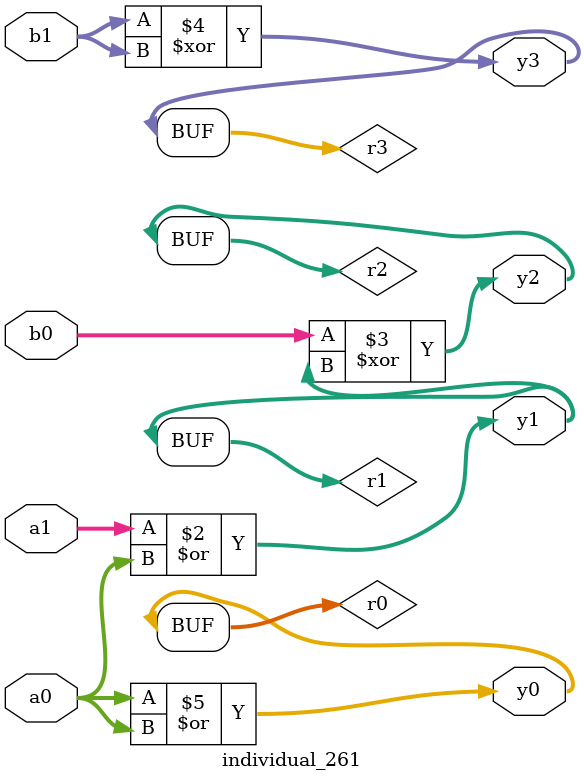
<source format=sv>
module individual_261(input logic [15:0] a1, input logic [15:0] a0, input logic [15:0] b1, input logic [15:0] b0, output logic [15:0] y3, output logic [15:0] y2, output logic [15:0] y1, output logic [15:0] y0);
logic [15:0] r0, r1, r2, r3; 
 always@(*) begin 
	 r0 = a0; r1 = a1; r2 = b0; r3 = b1; 
 	 r1  |=  r0 ;
 	 r2  ^=  r1 ;
 	 r3  ^=  r3 ;
 	 r0  |=  r0 ;
 	 y3 = r3; y2 = r2; y1 = r1; y0 = r0; 
end
endmodule
</source>
